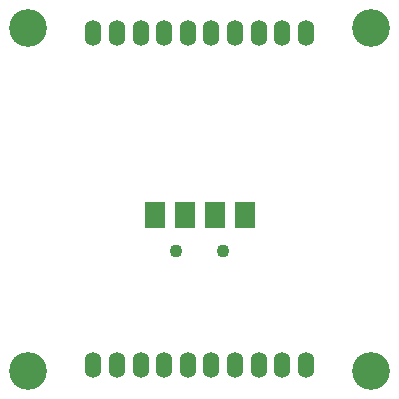
<source format=gts>
G04 Layer_Color=8388736*
%FSLAX44Y44*%
%MOMM*%
G71*
G01*
G75*
%ADD23R,1.8032X2.2032*%
%ADD24C,1.1032*%
%ADD25O,1.4032X2.2032*%
%ADD26C,3.2032*%
D23*
X-268000Y226000D02*
D03*
X-242750D02*
D03*
X-217250D02*
D03*
X-191750D02*
D03*
D24*
X-250000Y195000D02*
D03*
X-210000D02*
D03*
D25*
X-140000Y380000D02*
D03*
X-160000D02*
D03*
X-180000D02*
D03*
X-200000D02*
D03*
X-220000D02*
D03*
X-240000D02*
D03*
X-260000D02*
D03*
X-280000D02*
D03*
X-300000D02*
D03*
X-320000D02*
D03*
Y99000D02*
D03*
X-300000D02*
D03*
X-280000D02*
D03*
X-260000D02*
D03*
X-240000D02*
D03*
X-220000D02*
D03*
X-200000D02*
D03*
X-180000D02*
D03*
X-160000D02*
D03*
X-140000D02*
D03*
D26*
X-374890Y384030D02*
D03*
X-84890D02*
D03*
Y94030D02*
D03*
X-374890D02*
D03*
M02*

</source>
